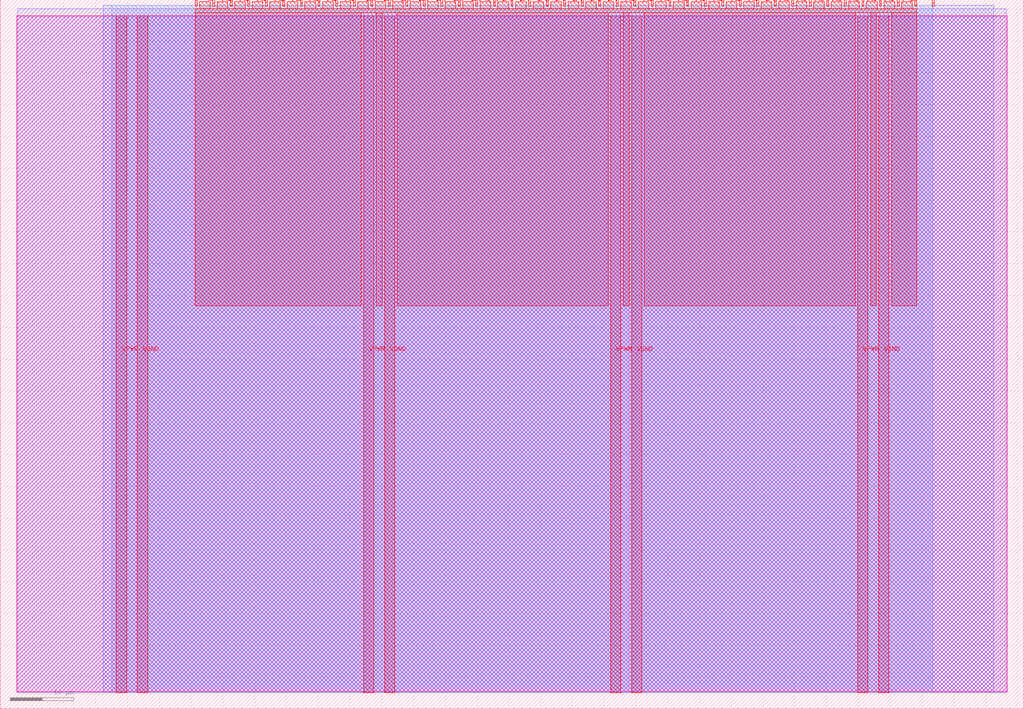
<source format=lef>
VERSION 5.7 ;
  NOWIREEXTENSIONATPIN ON ;
  DIVIDERCHAR "/" ;
  BUSBITCHARS "[]" ;
MACRO tt_um_trivium_stream_processor
  CLASS BLOCK ;
  FOREIGN tt_um_trivium_stream_processor ;
  ORIGIN 0.000 0.000 ;
  SIZE 161.000 BY 111.520 ;
  PIN VGND
    DIRECTION INOUT ;
    USE GROUND ;
    PORT
      LAYER met4 ;
        RECT 21.580 2.480 23.180 109.040 ;
    END
    PORT
      LAYER met4 ;
        RECT 60.450 2.480 62.050 109.040 ;
    END
    PORT
      LAYER met4 ;
        RECT 99.320 2.480 100.920 109.040 ;
    END
    PORT
      LAYER met4 ;
        RECT 138.190 2.480 139.790 109.040 ;
    END
  END VGND
  PIN VPWR
    DIRECTION INOUT ;
    USE POWER ;
    PORT
      LAYER met4 ;
        RECT 18.280 2.480 19.880 109.040 ;
    END
    PORT
      LAYER met4 ;
        RECT 57.150 2.480 58.750 109.040 ;
    END
    PORT
      LAYER met4 ;
        RECT 96.020 2.480 97.620 109.040 ;
    END
    PORT
      LAYER met4 ;
        RECT 134.890 2.480 136.490 109.040 ;
    END
  END VPWR
  PIN clk
    DIRECTION INPUT ;
    USE SIGNAL ;
    ANTENNAGATEAREA 0.852000 ;
    PORT
      LAYER met4 ;
        RECT 143.830 110.520 144.130 111.520 ;
    END
  END clk
  PIN ena
    DIRECTION INPUT ;
    USE SIGNAL ;
    PORT
      LAYER met4 ;
        RECT 146.590 110.520 146.890 111.520 ;
    END
  END ena
  PIN rst_n
    DIRECTION INPUT ;
    USE SIGNAL ;
    ANTENNAGATEAREA 0.213000 ;
    PORT
      LAYER met4 ;
        RECT 141.070 110.520 141.370 111.520 ;
    END
  END rst_n
  PIN ui_in[0]
    DIRECTION INPUT ;
    USE SIGNAL ;
    ANTENNAGATEAREA 0.196500 ;
    PORT
      LAYER met4 ;
        RECT 138.310 110.520 138.610 111.520 ;
    END
  END ui_in[0]
  PIN ui_in[1]
    DIRECTION INPUT ;
    USE SIGNAL ;
    ANTENNAGATEAREA 0.196500 ;
    PORT
      LAYER met4 ;
        RECT 135.550 110.520 135.850 111.520 ;
    END
  END ui_in[1]
  PIN ui_in[2]
    DIRECTION INPUT ;
    USE SIGNAL ;
    ANTENNAGATEAREA 0.196500 ;
    PORT
      LAYER met4 ;
        RECT 132.790 110.520 133.090 111.520 ;
    END
  END ui_in[2]
  PIN ui_in[3]
    DIRECTION INPUT ;
    USE SIGNAL ;
    ANTENNAGATEAREA 0.196500 ;
    PORT
      LAYER met4 ;
        RECT 130.030 110.520 130.330 111.520 ;
    END
  END ui_in[3]
  PIN ui_in[4]
    DIRECTION INPUT ;
    USE SIGNAL ;
    ANTENNAGATEAREA 0.196500 ;
    PORT
      LAYER met4 ;
        RECT 127.270 110.520 127.570 111.520 ;
    END
  END ui_in[4]
  PIN ui_in[5]
    DIRECTION INPUT ;
    USE SIGNAL ;
    ANTENNAGATEAREA 0.196500 ;
    PORT
      LAYER met4 ;
        RECT 124.510 110.520 124.810 111.520 ;
    END
  END ui_in[5]
  PIN ui_in[6]
    DIRECTION INPUT ;
    USE SIGNAL ;
    ANTENNAGATEAREA 0.196500 ;
    PORT
      LAYER met4 ;
        RECT 121.750 110.520 122.050 111.520 ;
    END
  END ui_in[6]
  PIN ui_in[7]
    DIRECTION INPUT ;
    USE SIGNAL ;
    ANTENNAGATEAREA 0.196500 ;
    PORT
      LAYER met4 ;
        RECT 118.990 110.520 119.290 111.520 ;
    END
  END ui_in[7]
  PIN uio_in[0]
    DIRECTION INPUT ;
    USE SIGNAL ;
    ANTENNAGATEAREA 0.196500 ;
    PORT
      LAYER met4 ;
        RECT 116.230 110.520 116.530 111.520 ;
    END
  END uio_in[0]
  PIN uio_in[1]
    DIRECTION INPUT ;
    USE SIGNAL ;
    ANTENNAGATEAREA 0.213000 ;
    PORT
      LAYER met4 ;
        RECT 113.470 110.520 113.770 111.520 ;
    END
  END uio_in[1]
  PIN uio_in[2]
    DIRECTION INPUT ;
    USE SIGNAL ;
    ANTENNAGATEAREA 0.213000 ;
    PORT
      LAYER met4 ;
        RECT 110.710 110.520 111.010 111.520 ;
    END
  END uio_in[2]
  PIN uio_in[3]
    DIRECTION INPUT ;
    USE SIGNAL ;
    ANTENNAGATEAREA 0.196500 ;
    PORT
      LAYER met4 ;
        RECT 107.950 110.520 108.250 111.520 ;
    END
  END uio_in[3]
  PIN uio_in[4]
    DIRECTION INPUT ;
    USE SIGNAL ;
    ANTENNAGATEAREA 0.196500 ;
    PORT
      LAYER met4 ;
        RECT 105.190 110.520 105.490 111.520 ;
    END
  END uio_in[4]
  PIN uio_in[5]
    DIRECTION INPUT ;
    USE SIGNAL ;
    ANTENNAGATEAREA 0.159000 ;
    PORT
      LAYER met4 ;
        RECT 102.430 110.520 102.730 111.520 ;
    END
  END uio_in[5]
  PIN uio_in[6]
    DIRECTION INPUT ;
    USE SIGNAL ;
    ANTENNAGATEAREA 0.196500 ;
    PORT
      LAYER met4 ;
        RECT 99.670 110.520 99.970 111.520 ;
    END
  END uio_in[6]
  PIN uio_in[7]
    DIRECTION INPUT ;
    USE SIGNAL ;
    ANTENNAGATEAREA 0.159000 ;
    PORT
      LAYER met4 ;
        RECT 96.910 110.520 97.210 111.520 ;
    END
  END uio_in[7]
  PIN uio_oe[0]
    DIRECTION OUTPUT ;
    USE SIGNAL ;
    PORT
      LAYER met4 ;
        RECT 49.990 110.520 50.290 111.520 ;
    END
  END uio_oe[0]
  PIN uio_oe[1]
    DIRECTION OUTPUT ;
    USE SIGNAL ;
    PORT
      LAYER met4 ;
        RECT 47.230 110.520 47.530 111.520 ;
    END
  END uio_oe[1]
  PIN uio_oe[2]
    DIRECTION OUTPUT ;
    USE SIGNAL ;
    PORT
      LAYER met4 ;
        RECT 44.470 110.520 44.770 111.520 ;
    END
  END uio_oe[2]
  PIN uio_oe[3]
    DIRECTION OUTPUT ;
    USE SIGNAL ;
    PORT
      LAYER met4 ;
        RECT 41.710 110.520 42.010 111.520 ;
    END
  END uio_oe[3]
  PIN uio_oe[4]
    DIRECTION OUTPUT ;
    USE SIGNAL ;
    PORT
      LAYER met4 ;
        RECT 38.950 110.520 39.250 111.520 ;
    END
  END uio_oe[4]
  PIN uio_oe[5]
    DIRECTION OUTPUT ;
    USE SIGNAL ;
    PORT
      LAYER met4 ;
        RECT 36.190 110.520 36.490 111.520 ;
    END
  END uio_oe[5]
  PIN uio_oe[6]
    DIRECTION OUTPUT ;
    USE SIGNAL ;
    PORT
      LAYER met4 ;
        RECT 33.430 110.520 33.730 111.520 ;
    END
  END uio_oe[6]
  PIN uio_oe[7]
    DIRECTION OUTPUT ;
    USE SIGNAL ;
    PORT
      LAYER met4 ;
        RECT 30.670 110.520 30.970 111.520 ;
    END
  END uio_oe[7]
  PIN uio_out[0]
    DIRECTION OUTPUT ;
    USE SIGNAL ;
    PORT
      LAYER met4 ;
        RECT 72.070 110.520 72.370 111.520 ;
    END
  END uio_out[0]
  PIN uio_out[1]
    DIRECTION OUTPUT ;
    USE SIGNAL ;
    PORT
      LAYER met4 ;
        RECT 69.310 110.520 69.610 111.520 ;
    END
  END uio_out[1]
  PIN uio_out[2]
    DIRECTION OUTPUT ;
    USE SIGNAL ;
    PORT
      LAYER met4 ;
        RECT 66.550 110.520 66.850 111.520 ;
    END
  END uio_out[2]
  PIN uio_out[3]
    DIRECTION OUTPUT ;
    USE SIGNAL ;
    PORT
      LAYER met4 ;
        RECT 63.790 110.520 64.090 111.520 ;
    END
  END uio_out[3]
  PIN uio_out[4]
    DIRECTION OUTPUT ;
    USE SIGNAL ;
    PORT
      LAYER met4 ;
        RECT 61.030 110.520 61.330 111.520 ;
    END
  END uio_out[4]
  PIN uio_out[5]
    DIRECTION OUTPUT ;
    USE SIGNAL ;
    PORT
      LAYER met4 ;
        RECT 58.270 110.520 58.570 111.520 ;
    END
  END uio_out[5]
  PIN uio_out[6]
    DIRECTION OUTPUT ;
    USE SIGNAL ;
    PORT
      LAYER met4 ;
        RECT 55.510 110.520 55.810 111.520 ;
    END
  END uio_out[6]
  PIN uio_out[7]
    DIRECTION OUTPUT ;
    USE SIGNAL ;
    PORT
      LAYER met4 ;
        RECT 52.750 110.520 53.050 111.520 ;
    END
  END uio_out[7]
  PIN uo_out[0]
    DIRECTION OUTPUT ;
    USE SIGNAL ;
    ANTENNAGATEAREA 0.247500 ;
    ANTENNADIFFAREA 0.891000 ;
    PORT
      LAYER met4 ;
        RECT 94.150 110.520 94.450 111.520 ;
    END
  END uo_out[0]
  PIN uo_out[1]
    DIRECTION OUTPUT ;
    USE SIGNAL ;
    ANTENNAGATEAREA 0.247500 ;
    ANTENNADIFFAREA 0.891000 ;
    PORT
      LAYER met4 ;
        RECT 91.390 110.520 91.690 111.520 ;
    END
  END uo_out[1]
  PIN uo_out[2]
    DIRECTION OUTPUT ;
    USE SIGNAL ;
    ANTENNAGATEAREA 0.247500 ;
    ANTENNADIFFAREA 0.891000 ;
    PORT
      LAYER met4 ;
        RECT 88.630 110.520 88.930 111.520 ;
    END
  END uo_out[2]
  PIN uo_out[3]
    DIRECTION OUTPUT ;
    USE SIGNAL ;
    ANTENNAGATEAREA 0.247500 ;
    ANTENNADIFFAREA 0.891000 ;
    PORT
      LAYER met4 ;
        RECT 85.870 110.520 86.170 111.520 ;
    END
  END uo_out[3]
  PIN uo_out[4]
    DIRECTION OUTPUT ;
    USE SIGNAL ;
    ANTENNAGATEAREA 0.247500 ;
    ANTENNADIFFAREA 0.891000 ;
    PORT
      LAYER met4 ;
        RECT 83.110 110.520 83.410 111.520 ;
    END
  END uo_out[4]
  PIN uo_out[5]
    DIRECTION OUTPUT ;
    USE SIGNAL ;
    ANTENNAGATEAREA 0.247500 ;
    ANTENNADIFFAREA 0.891000 ;
    PORT
      LAYER met4 ;
        RECT 80.350 110.520 80.650 111.520 ;
    END
  END uo_out[5]
  PIN uo_out[6]
    DIRECTION OUTPUT ;
    USE SIGNAL ;
    ANTENNAGATEAREA 0.247500 ;
    ANTENNADIFFAREA 0.891000 ;
    PORT
      LAYER met4 ;
        RECT 77.590 110.520 77.890 111.520 ;
    END
  END uo_out[6]
  PIN uo_out[7]
    DIRECTION OUTPUT ;
    USE SIGNAL ;
    ANTENNAGATEAREA 0.247500 ;
    ANTENNADIFFAREA 0.891000 ;
    PORT
      LAYER met4 ;
        RECT 74.830 110.520 75.130 111.520 ;
    END
  END uo_out[7]
  OBS
      LAYER nwell ;
        RECT 2.570 2.635 158.430 108.990 ;
      LAYER li1 ;
        RECT 2.760 2.635 158.240 108.885 ;
      LAYER met1 ;
        RECT 2.760 2.480 158.240 110.120 ;
      LAYER met2 ;
        RECT 16.200 2.535 156.300 110.685 ;
      LAYER met3 ;
        RECT 17.545 2.555 146.675 110.665 ;
      LAYER met4 ;
        RECT 31.370 110.120 33.030 111.170 ;
        RECT 34.130 110.120 35.790 111.170 ;
        RECT 36.890 110.120 38.550 111.170 ;
        RECT 39.650 110.120 41.310 111.170 ;
        RECT 42.410 110.120 44.070 111.170 ;
        RECT 45.170 110.120 46.830 111.170 ;
        RECT 47.930 110.120 49.590 111.170 ;
        RECT 50.690 110.120 52.350 111.170 ;
        RECT 53.450 110.120 55.110 111.170 ;
        RECT 56.210 110.120 57.870 111.170 ;
        RECT 58.970 110.120 60.630 111.170 ;
        RECT 61.730 110.120 63.390 111.170 ;
        RECT 64.490 110.120 66.150 111.170 ;
        RECT 67.250 110.120 68.910 111.170 ;
        RECT 70.010 110.120 71.670 111.170 ;
        RECT 72.770 110.120 74.430 111.170 ;
        RECT 75.530 110.120 77.190 111.170 ;
        RECT 78.290 110.120 79.950 111.170 ;
        RECT 81.050 110.120 82.710 111.170 ;
        RECT 83.810 110.120 85.470 111.170 ;
        RECT 86.570 110.120 88.230 111.170 ;
        RECT 89.330 110.120 90.990 111.170 ;
        RECT 92.090 110.120 93.750 111.170 ;
        RECT 94.850 110.120 96.510 111.170 ;
        RECT 97.610 110.120 99.270 111.170 ;
        RECT 100.370 110.120 102.030 111.170 ;
        RECT 103.130 110.120 104.790 111.170 ;
        RECT 105.890 110.120 107.550 111.170 ;
        RECT 108.650 110.120 110.310 111.170 ;
        RECT 111.410 110.120 113.070 111.170 ;
        RECT 114.170 110.120 115.830 111.170 ;
        RECT 116.930 110.120 118.590 111.170 ;
        RECT 119.690 110.120 121.350 111.170 ;
        RECT 122.450 110.120 124.110 111.170 ;
        RECT 125.210 110.120 126.870 111.170 ;
        RECT 127.970 110.120 129.630 111.170 ;
        RECT 130.730 110.120 132.390 111.170 ;
        RECT 133.490 110.120 135.150 111.170 ;
        RECT 136.250 110.120 137.910 111.170 ;
        RECT 139.010 110.120 140.670 111.170 ;
        RECT 141.770 110.120 143.430 111.170 ;
        RECT 30.655 109.440 144.145 110.120 ;
        RECT 30.655 63.415 56.750 109.440 ;
        RECT 59.150 63.415 60.050 109.440 ;
        RECT 62.450 63.415 95.620 109.440 ;
        RECT 98.020 63.415 98.920 109.440 ;
        RECT 101.320 63.415 134.490 109.440 ;
        RECT 136.890 63.415 137.790 109.440 ;
        RECT 140.190 63.415 144.145 109.440 ;
  END
END tt_um_trivium_stream_processor
END LIBRARY


</source>
